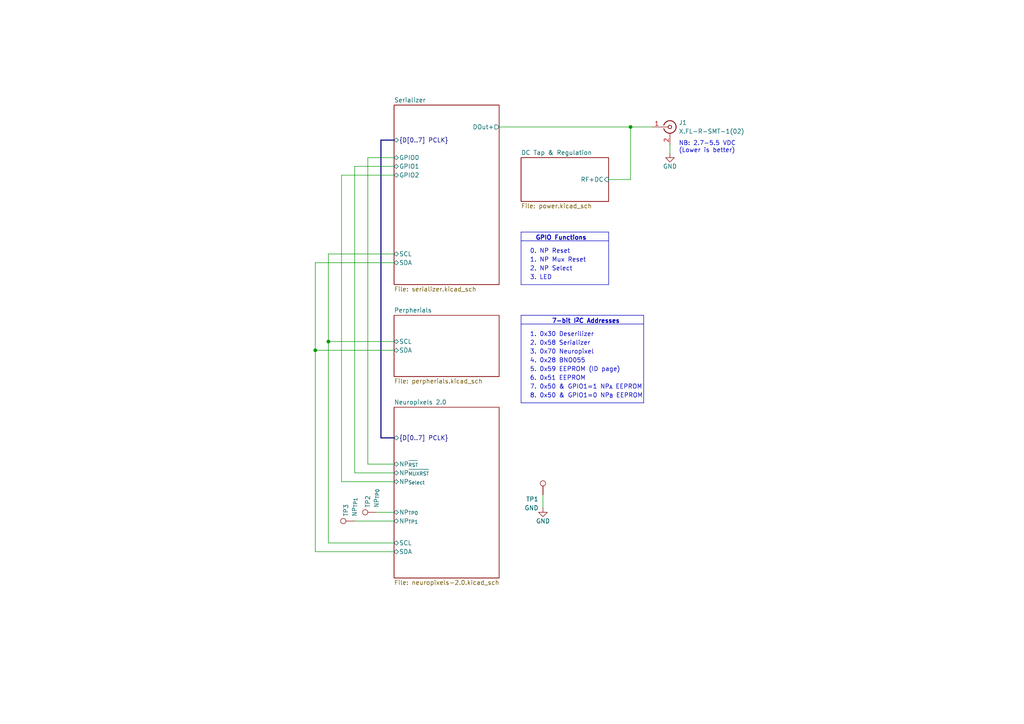
<source format=kicad_sch>
(kicad_sch (version 20230121) (generator eeschema)
  (paper "A4")
  (title_block (title "ONIX Neuropixels 2.0 Economical Headstage") (rev "B (Beta)") (company "Open Ephys, Inc") (comment 1 "Jonathan P. Newman"))
  (lib_symbols
    (symbol "Connector:Conn_Coaxial" (pin_names (offset 1.016) hide)
      (property "Reference" "J" (at 0.254 3.048 0))
      (property "Value" "Conn_Coaxial" (at 2.921 0 90))
      (symbol "Conn_Coaxial_0_1"
        (arc (start -1.778 -0.508) (mid 0.2311 -1.8066) (end 1.778 0) (stroke (width 0.254)))
        (polyline (pts (xy -2.54 0) (xy -0.508 0)))
        (polyline (pts (xy 0 -2.54) (xy 0 -1.778)))
        (circle (center 0 0) (radius 0.508) (stroke (width 0.2032)))
        (arc (start 1.778 0) (mid 0.2099 1.8101) (end -1.778 0.508) (stroke (width 0.254)))
      )
      (symbol "Conn_Coaxial_1_1"
        (pin passive line (at -5.08 0 0) (length 2.54) (name "In") (number "1"))
        (pin passive line (at 0 -5.08 90) (length 2.54) (name "Ext") (number "2"))
      )
    )
    (symbol "Connector:TestPoint" (pin_numbers hide) (pin_names (offset 0.762) hide)
      (property "Reference" "TP" (at 0 6.858 0))
      (property "Value" "TestPoint" (at 0 5.08 0))
      (symbol "TestPoint_0_1"
        (circle (center 0 3.302) (radius 0.762))
      )
      (symbol "TestPoint_1_1"
        (pin passive line (at 0 0 90) (length 2.54) (name "1") (number "1"))
      )
    )
    (symbol "power:GND" (power) (pin_names (offset 0))
      (property "Value" "GND" (at 0 -3.81 0))
      (symbol "GND_0_1"
        (polyline (pts (xy 0 0) (xy 0 -1.27) (xy 1.27 -1.27) (xy 0 -2.54) (xy -1.27 -1.27) (xy 0 -1.27)))
      )
      (symbol "GND_1_1"
        (pin power_in line (at 0 0 270) (length 0) hide (name "GND") (number "1"))
      )
    )
  )
  (junction (at 182.88 36.83))
  (junction (at 91.44 101.6))
  (junction (at 95.25 99.06))
  (bus (pts (xy 114.3 127) (xy 110.49 127)))
  (polyline (pts (xy 151.13 91.44) (xy 151.13 116.84)))
  (wire (pts (xy 99.06 50.8) (xy 99.06 139.7)))
  (wire (pts (xy 176.53 52.07) (xy 182.88 52.07)))
  (wire (pts (xy 95.25 157.48) (xy 114.3 157.48)))
  (polyline (pts (xy 151.13 93.98) (xy 186.69 93.98)))
  (wire (pts (xy 95.25 73.66) (xy 95.25 99.06)))
  (wire (pts (xy 91.44 76.2) (xy 91.44 101.6)))
  (polyline (pts (xy 176.53 82.55) (xy 151.13 82.55)))
  (polyline (pts (xy 151.13 69.85) (xy 176.53 69.85)))
  (wire (pts (xy 91.44 160.02) (xy 114.3 160.02)))
  (bus (pts (xy 110.49 40.64) (xy 114.3 40.64)))
  (wire (pts (xy 95.25 99.06) (xy 114.3 99.06)))
  (wire (pts (xy 144.78 36.83) (xy 182.88 36.83)))
  (wire (pts (xy 102.87 137.16) (xy 114.3 137.16)))
  (wire (pts (xy 95.25 73.66) (xy 114.3 73.66)))
  (polyline (pts (xy 151.13 91.44) (xy 186.69 91.44)))
  (polyline (pts (xy 186.69 91.44) (xy 186.69 116.84)))
  (wire (pts (xy 99.06 139.7) (xy 114.3 139.7)))
  (wire (pts (xy 91.44 101.6) (xy 91.44 160.02)))
  (polyline (pts (xy 176.53 67.31) (xy 176.53 82.55)))
  (wire (pts (xy 182.88 36.83) (xy 189.23 36.83)))
  (polyline (pts (xy 151.13 67.31) (xy 176.53 67.31)))
  (wire (pts (xy 182.88 36.83) (xy 182.88 52.07)))
  (wire (pts (xy 106.68 134.62) (xy 114.3 134.62)))
  (wire (pts (xy 194.31 41.91) (xy 194.31 44.45)))
  (wire (pts (xy 114.3 151.13) (xy 102.87 151.13)))
  (wire (pts (xy 106.68 45.72) (xy 114.3 45.72)))
  (wire (pts (xy 114.3 50.8) (xy 99.06 50.8)))
  (wire (pts (xy 102.87 48.26) (xy 114.3 48.26)))
  (wire (pts (xy 91.44 101.6) (xy 114.3 101.6)))
  (bus (pts (xy 110.49 127) (xy 110.49 40.64)))
  (wire (pts (xy 114.3 148.59) (xy 109.22 148.59)))
  (wire (pts (xy 106.68 45.72) (xy 106.68 134.62)))
  (polyline (pts (xy 186.69 116.84) (xy 151.13 116.84)))
  (wire (pts (xy 102.87 48.26) (xy 102.87 137.16)))
  (wire (pts (xy 157.48 143.51) (xy 157.48 147.32)))
  (wire (pts (xy 91.44 76.2) (xy 114.3 76.2)))
  (polyline (pts (xy 151.13 67.31) (xy 151.13 82.55)))
  (wire (pts (xy 95.25 99.06) (xy 95.25 157.48)))
  (text "GPIO Functions" (at 170.18 69.85 0) (effects (font (size 1.27 1.27) (thickness 0.254) bold) (justify right bottom)))
  (text "2. 0x58 Serializer\n" (at 153.67 100.33 0) (effects (font (size 1.27 1.27)) (justify left bottom)))
  (text "7-bit I^{2}C Addresses" (at 160.02 93.98 0) (effects (font (size 1.27 1.27) (thickness 0.254) bold) (justify left bottom)))
  (text "6. 0x51 EEPROM\n" (at 153.67 110.49 0) (effects (font (size 1.27 1.27)) (justify left bottom)))
  (text "NB: 2.7-5.5 VDC\n(Lower is better)" (at 196.85 44.45 0) (effects (font (size 1.27 1.27)) (justify left bottom)))
  (text "8. 0x50 & GPIO1=0 NP_{B} EEPROM\n" (at 153.67 115.57 0) (effects (font (size 1.27 1.27)) (justify left bottom)))
  (text "4. 0x28 BNO055\n" (at 153.67 105.41 0) (effects (font (size 1.27 1.27)) (justify left bottom)))
  (text "2. NP Select\n" (at 153.67 78.74 0) (effects (font (size 1.27 1.27)) (justify left bottom)))
  (text "7. 0x50 & GPIO1=1 NP_{A} EEPROM\n" (at 153.67 113.03 0) (effects (font (size 1.27 1.27)) (justify left bottom)))
  (text "0. NP Reset\n" (at 153.67 73.66 0) (effects (font (size 1.27 1.27)) (justify left bottom)))
  (text "5. 0x59 EEPROM (ID page)\n" (at 153.67 107.95 0) (effects (font (size 1.27 1.27)) (justify left bottom)))
  (text "1. NP Mux Reset\n" (at 153.67 76.2 0) (effects (font (size 1.27 1.27)) (justify left bottom)))
  (text "3. 0x70 Neuropixel\n" (at 153.67 102.87 0) (effects (font (size 1.27 1.27)) (justify left bottom)))
  (text "1. 0x30 Deserilizer\n" (at 153.67 97.79 0) (effects (font (size 1.27 1.27)) (justify left bottom)))
  (text "3. LED" (at 153.67 81.28 0) (effects (font (size 1.27 1.27)) (justify left bottom)))
  (symbol (lib_id "Connector:TestPoint") (at 102.87 151.13 90) (unit 1) (in_bom no)
    (property "Reference" "TP3" (at 100.33 149.86 0) (effects (justify left)))
    (property "Value" "NP_{TP1}" (at 102.87 149.86 0) (effects (justify left)))
    (property "Footprint" "jonnew:TestPoint_Pad_D0.6mm" (effects hide))
  )
  (symbol (lib_id "power:GND") (at 194.31 44.45 0) (unit 1)
    (property "Reference" "#PWR01" (effects hide))
    (property "Value" "GND" (at 194.31 48.26 0))
  )
  (symbol (lib_id "power:GND") (at 157.48 147.32 0) (mirror y) (unit 1)
    (property "Reference" "#PWR02" (effects hide))
    (property "Value" "GND" (at 157.48 151.13 0))
  )
  (symbol (lib_id "Connector:Conn_Coaxial") (at 194.31 36.83 0) (unit 1)
    (property "Reference" "J1" (at 196.85 35.56 0) (effects (justify left)))
    (property "Value" "X.FL-R-SMT-1(02)" (at 196.85 38.1 0) (effects (justify left)))
    (property "Footprint" "jonnew:HIROSE_X.FL-R-SMT-1" (effects hide))
    (property "Datasheet" " ~" (effects hide))
  )
  (symbol (lib_id "Connector:TestPoint") (at 157.48 143.51 0) (mirror y) (unit 1) (in_bom no)
    (property "Reference" "TP1" (at 156.21 144.78 0) (effects (justify left)))
    (property "Value" "GND" (at 156.21 147.32 0) (effects (justify left)))
    (property "Footprint" "jonnew:OE_TP-Oval-2.8x1.6mm" (effects hide))
  )
  (symbol (lib_id "Connector:TestPoint") (at 109.22 148.59 90) (unit 1) (in_bom no)
    (property "Reference" "TP2" (at 106.68 147.32 0) (effects (justify left)))
    (property "Value" "NP_{TP0}" (at 109.22 147.32 0) (effects (justify left)))
    (property "Footprint" "jonnew:OE_TP-Oval-2.8x1.6mm" (effects hide))
  )
  (sheet (at 114.3 91.44) (size 30.48 17.78) (stroke (width 0.1524))
    (property "Sheetname" "Perpherials" (at 114.3 90.7284 0) (effects (justify left bottom)))
    (property "Sheetfile" "perpherials.kicad_sch" (at 114.3 109.8046 0) (effects (justify left top)))
    (pin "SDA" bidirectional (at 114.3 101.6 180))
    (pin "SCL" bidirectional (at 114.3 99.06 180))
  )
  (sheet (at 114.3 30.48) (size 30.48 52.07) (stroke (width 0.1524))
    (property "Sheetname" "Serializer" (at 114.3 29.7684 0) (effects (justify left bottom)))
    (property "Sheetfile" "serializer.kicad_sch" (at 114.3 83.1346 0) (effects (justify left top)))
    (pin "DOut+" output (at 144.78 36.83 0))
    (pin "SCL" bidirectional (at 114.3 73.66 180))
    (pin "SDA" bidirectional (at 114.3 76.2 180))
    (pin "GPIO0" bidirectional (at 114.3 45.72 180))
    (pin "GPIO2" bidirectional (at 114.3 50.8 180))
    (pin "GPIO1" bidirectional (at 114.3 48.26 180))
    (pin "{D[0..7] PCLK}" bidirectional (at 114.3 40.64 180))
  )
  (sheet (at 151.13 45.72) (size 25.4 12.7) (stroke (width 0.1524))
    (property "Sheetname" "DC Tap & Regulation" (at 151.13 45.0084 0) (effects (justify left bottom)))
    (property "Sheetfile" "power.kicad_sch" (at 151.13 59.0046 0) (effects (justify left top)))
    (pin "RF+DC" input (at 176.53 52.07 0))
  )
  (sheet (at 114.3 118.11) (size 30.48 49.53) (stroke (width 0.1524))
    (property "Sheetname" "Neuropixels 2.0" (at 114.3 117.3984 0) (effects (justify left bottom)))
    (property "Sheetfile" "neuropixels-2.0.kicad_sch" (at 114.3 168.2246 0) (effects (justify left top)))
    (pin "SCL" bidirectional (at 114.3 157.48 180))
    (pin "NP_{TP0}" bidirectional (at 114.3 148.59 180))
    (pin "SDA" bidirectional (at 114.3 160.02 180))
    (pin "{D[0..7] PCLK}" bidirectional (at 114.3 127 180))
    (pin "NP_{TP1}" bidirectional (at 114.3 151.13 180))
    (pin "NP_{~{RST}}" bidirectional (at 114.3 134.62 180))
    (pin "NP_{~{MUXRST}}" bidirectional (at 114.3 137.16 180))
    (pin "NP_{Select}" bidirectional (at 114.3 139.7 180))
  )
)
</source>
